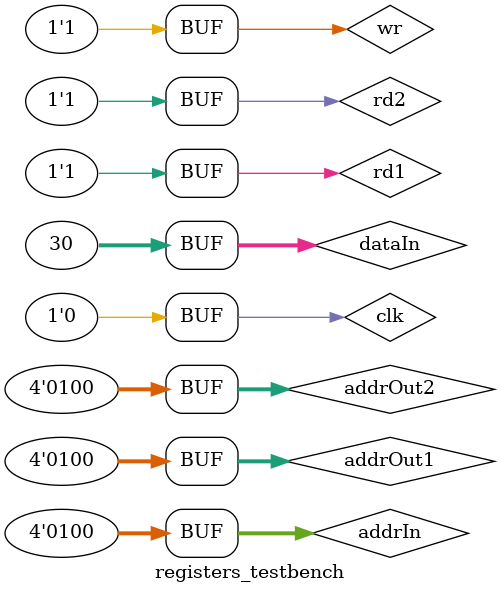
<source format=v>
/*
  Manipulate the registers

  Input:
    clk		: clock signal
    addrIn  : 4-bit input address
    addrOut1: 4-bit output address
	 addrOut2: 4-bit output address
    dataIn  : 32-bit input data
    wr      : write signal
    rd1, rd2: read signals

  Output:
    dataOut1: data at the requested address #1
	 dataOut2: data at the requested address #2
*/
module registers(
	input wire clk,
	input wire [3:0] addrIn,
	input wire [3:0] addrOut1, addrOut2,
	input wire [31:0] dataIn,
	input wire wr, rd1, rd2,
	output wire [31:0] dataOut1, dataOut2) ;
	
	reg [31:0] ram [0:15];
	reg [31:0] out1, out2;
	
	integer i;		

	assign dataOut1 = out1;
	assign dataOut2 = out2;
	
	// Initial Block
	initial begin
		for (i=0; i < 16; i = i + 1) 
			ram[i] = 32'b0;
	end
	
	always @(posedge clk) begin
		if (wr)
			ram[addrIn] <= dataIn;
		if (rd1)
			out1 <= ram[addrOut1];
		if (rd2)
			out2 <= ram[addrOut2];
	end
endmodule

module registers_testbench();
	reg clk, wr, rd1, rd2;
	reg [3:0] addrIn, addrOut1, addrOut2;
	reg [31:0] dataIn;
	wire[31:0] dataOut1, dataOut2;	

	registers dut(clk, addrIn, addrOut1, addrOut2, dataIn, wr, rd1, rd2, dataOut1, dataOut2);

	// Set up the clock.
	always begin
		clk = 1; #5; clk = 0; #5;
	end

	// Set up the inputs to the design. Each line is a clock cycle.
	integer i;
	initial begin
																					#10;
		addrIn <= 4; addrOut1 <= 4; addrOut2 <= 4; dataIn <= 20;
		wr <= 1; rd1 <= 1; rd2 <= 1;                        		#10;
																					#10;
						dataIn <= 30;                            		#10;
																					#10;
  end
endmodule

</source>
